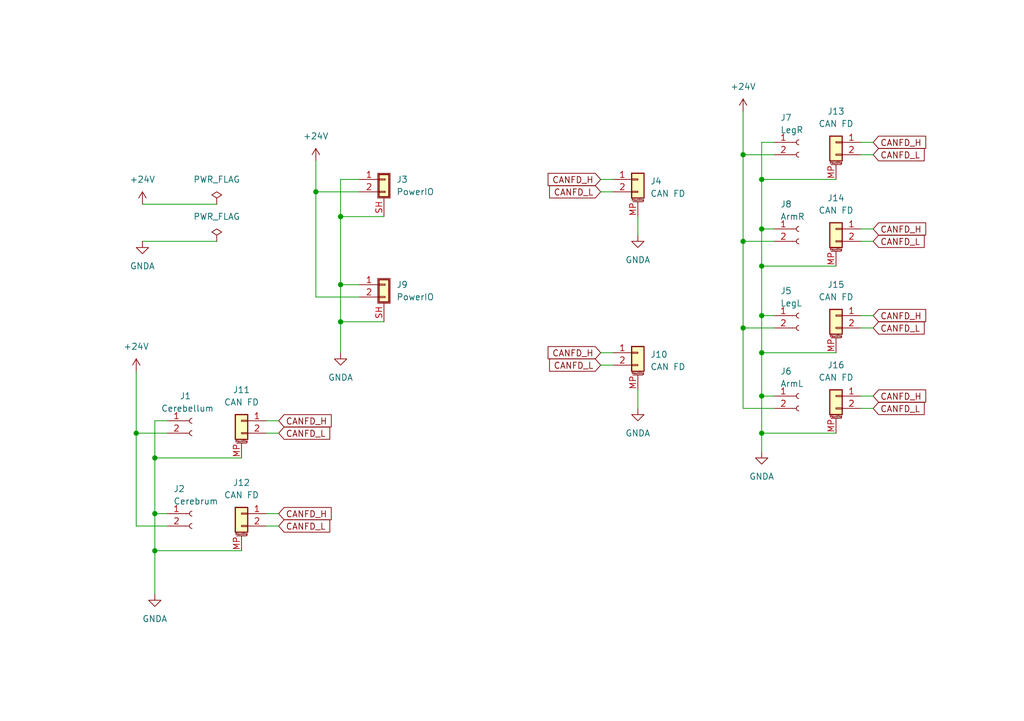
<source format=kicad_sch>
(kicad_sch (version 20211123) (generator eeschema)
  (paper "A5")
  (lib_symbols
    (symbol "Connector:Conn_01x02_Female" (pin_names (offset 1.016) hide)
      (property "Reference" "J" (at 0 2.54 0))
      (property "Value" "Conn_01x02_Female" (at 0 -5.08 0))
      (symbol "Conn_01x02_Female_1_1"
        (arc (start 0 -2.032) (mid -0.508 -2.54) (end 0 -3.048) (stroke (width 0.1524)))
        (polyline (pts (xy -1.27 -2.54) (xy -0.508 -2.54)) (stroke (width 0.1524)))
        (polyline (pts (xy -1.27 0) (xy -0.508 0)) (stroke (width 0.1524)))
        (arc (start 0 0.508) (mid -0.508 0) (end 0 -0.508) (stroke (width 0.1524)))
        (pin passive line (at -5.08 0 0) (length 3.81) (name "Pin_1") (number "1"))
        (pin passive line (at -5.08 -2.54 0) (length 3.81) (name "Pin_2") (number "2"))
      )
    )
    (symbol "Connector_Generic_MountingPin:Conn_01x02_MountingPin" (pin_names (offset 1.016) hide)
      (property "Reference" "J" (at 0 2.54 0))
      (property "Value" "Conn_01x02_MountingPin" (at 1.27 -5.08 0))
      (symbol "Conn_01x02_MountingPin_1_1"
        (rectangle (start -1.27 -2.413) (end 0 -2.667) (stroke (width 0.1524)))
        (rectangle (start -1.27 0.127) (end 0 -0.127) (stroke (width 0.1524)))
        (rectangle (start -1.27 1.27) (end 1.27 -3.81) (stroke (width 0.254)) (fill (type background)))
        (polyline (pts (xy -1.016 -4.572) (xy 1.016 -4.572)) (stroke (width 0.1524)))
        (text "Mounting" (at 0 -4.191 0) (effects (font (size 0.381 0.381))))
        (pin passive line (at -5.08 0 0) (length 3.81) (name "Pin_1") (number "1"))
        (pin passive line (at -5.08 -2.54 0) (length 3.81) (name "Pin_2") (number "2"))
        (pin passive line (at 0 -7.62 90) (length 3.048) (name "MountPin") (number "MP"))
      )
    )
    (symbol "Connector_Generic_Shielded:Conn_01x02_Shielded" (pin_names (offset 1.016) hide)
      (property "Reference" "J" (at 0.254 2.286 0))
      (property "Value" "Conn_01x02_Shielded" (at 1.016 -4.826 0))
      (symbol "Conn_01x02_Shielded_1_1"
        (rectangle (start -1.27 1.27) (end 1.27 -3.81) (stroke (width 0.1524)))
        (rectangle (start -1.016 -2.413) (end 0.254 -2.667) (stroke (width 0.1524)))
        (rectangle (start -1.016 0.127) (end 0.254 -0.127) (stroke (width 0.1524)))
        (rectangle (start -1.016 1.016) (end 1.016 -3.556) (stroke (width 0.254)) (fill (type background)))
        (pin passive line (at -5.08 0 0) (length 4.064) (name "Pin_1") (number "1"))
        (pin passive line (at -5.08 -2.54 0) (length 4.064) (name "Pin_2") (number "2"))
        (pin passive line (at 0 -7.62 90) (length 3.81) (name "Shield") (number "SH"))
      )
    )
    (symbol "power:+24V" (power) (pin_names (offset 0))
      (property "Value" "+24V" (at 0 3.556 0))
      (symbol "+24V_0_1"
        (polyline (pts (xy -0.762 1.27) (xy 0 2.54)))
        (polyline (pts (xy 0 0) (xy 0 2.54)))
        (polyline (pts (xy 0 2.54) (xy 0.762 1.27)))
      )
      (symbol "+24V_1_1"
        (pin power_in line (at 0 0 90) (length 0) hide (name "+24V") (number "1"))
      )
    )
    (symbol "power:GNDA" (power) (pin_names (offset 0))
      (property "Value" "GNDA" (at 0 -3.81 0))
      (symbol "GNDA_0_1"
        (polyline (pts (xy 0 0) (xy 0 -1.27) (xy 1.27 -1.27) (xy 0 -2.54) (xy -1.27 -1.27) (xy 0 -1.27)))
      )
      (symbol "GNDA_1_1"
        (pin power_in line (at 0 0 270) (length 0) hide (name "GNDA") (number "1"))
      )
    )
    (symbol "power:PWR_FLAG" (power) (pin_numbers hide) (pin_names (offset 0) hide)
      (property "Value" "PWR_FLAG" (at 0 3.81 0))
      (symbol "PWR_FLAG_0_0"
        (pin power_out line (at 0 0 90) (length 0) (name "pwr") (number "1"))
      )
      (symbol "PWR_FLAG_0_1"
        (polyline (pts (xy 0 0) (xy 0 1.27) (xy -1.016 1.905) (xy 0 2.54) (xy 1.016 1.905) (xy 0 1.27)))
      )
    )
  )
  (junction (at 156.21 72.39))
  (junction (at 156.21 88.9))
  (junction (at 69.85 58.42))
  (junction (at 152.4 67.31))
  (junction (at 31.75 93.98))
  (junction (at 31.75 113.03))
  (junction (at 156.21 54.61))
  (junction (at 156.21 36.83))
  (junction (at 152.4 31.75))
  (junction (at 152.4 49.53))
  (junction (at 156.21 81.28))
  (junction (at 156.21 46.99))
  (junction (at 69.85 44.45))
  (junction (at 27.94 88.9))
  (junction (at 31.75 105.41))
  (junction (at 64.77 39.37))
  (junction (at 69.85 66.04))
  (junction (at 156.21 64.77))
  (wire (pts (xy 130.81 44.45) (xy 130.81 48.26)))
  (wire (pts (xy 69.85 58.42) (xy 73.66 58.42)))
  (wire (pts (xy 176.53 46.99) (xy 179.07 46.99)))
  (wire (pts (xy 64.77 39.37) (xy 73.66 39.37)))
  (wire (pts (xy 69.85 36.83) (xy 73.66 36.83)))
  (wire (pts (xy 27.94 88.9) (xy 34.29 88.9)))
  (wire (pts (xy 64.77 33.02) (xy 64.77 39.37)))
  (wire (pts (xy 125.73 39.37) (xy 123.19 39.37)))
  (wire (pts (xy 130.81 80.01) (xy 130.81 83.82)))
  (wire (pts (xy 156.21 88.9) (xy 171.45 88.9)))
  (wire (pts (xy 156.21 46.99) (xy 156.21 54.61)))
  (wire (pts (xy 69.85 44.45) (xy 69.85 36.83)))
  (wire (pts (xy 152.4 67.31) (xy 152.4 83.82)))
  (wire (pts (xy 156.21 54.61) (xy 156.21 64.77)))
  (wire (pts (xy 54.61 88.9) (xy 57.15 88.9)))
  (wire (pts (xy 156.21 81.28) (xy 156.21 88.9)))
  (wire (pts (xy 125.73 36.83) (xy 123.19 36.83)))
  (wire (pts (xy 156.21 88.9) (xy 156.21 92.71)))
  (wire (pts (xy 31.75 93.98) (xy 31.75 105.41)))
  (wire (pts (xy 34.29 107.95) (xy 27.94 107.95)))
  (wire (pts (xy 156.21 81.28) (xy 158.75 81.28)))
  (wire (pts (xy 158.75 83.82) (xy 152.4 83.82)))
  (wire (pts (xy 69.85 66.04) (xy 78.74 66.04)))
  (wire (pts (xy 31.75 113.03) (xy 49.53 113.03)))
  (wire (pts (xy 176.53 31.75) (xy 179.07 31.75)))
  (wire (pts (xy 64.77 39.37) (xy 64.77 60.96)))
  (wire (pts (xy 54.61 86.36) (xy 57.15 86.36)))
  (wire (pts (xy 152.4 22.86) (xy 152.4 31.75)))
  (wire (pts (xy 156.21 54.61) (xy 171.45 54.61)))
  (wire (pts (xy 156.21 36.83) (xy 156.21 46.99)))
  (wire (pts (xy 29.21 41.91) (xy 44.45 41.91)))
  (wire (pts (xy 31.75 113.03) (xy 31.75 121.92)))
  (wire (pts (xy 156.21 29.21) (xy 156.21 36.83)))
  (wire (pts (xy 69.85 44.45) (xy 78.74 44.45)))
  (wire (pts (xy 176.53 83.82) (xy 179.07 83.82)))
  (wire (pts (xy 152.4 49.53) (xy 158.75 49.53)))
  (wire (pts (xy 176.53 67.31) (xy 179.07 67.31)))
  (wire (pts (xy 176.53 64.77) (xy 179.07 64.77)))
  (wire (pts (xy 176.53 49.53) (xy 179.07 49.53)))
  (wire (pts (xy 176.53 81.28) (xy 179.07 81.28)))
  (wire (pts (xy 156.21 64.77) (xy 156.21 72.39)))
  (wire (pts (xy 125.73 72.39) (xy 123.19 72.39)))
  (wire (pts (xy 73.66 60.96) (xy 64.77 60.96)))
  (wire (pts (xy 125.73 74.93) (xy 123.19 74.93)))
  (wire (pts (xy 31.75 105.41) (xy 31.75 113.03)))
  (wire (pts (xy 156.21 36.83) (xy 171.45 36.83)))
  (wire (pts (xy 152.4 67.31) (xy 158.75 67.31)))
  (wire (pts (xy 29.21 49.53) (xy 44.45 49.53)))
  (wire (pts (xy 156.21 72.39) (xy 156.21 81.28)))
  (wire (pts (xy 176.53 29.21) (xy 179.07 29.21)))
  (wire (pts (xy 69.85 72.39) (xy 69.85 66.04)))
  (wire (pts (xy 69.85 44.45) (xy 69.85 58.42)))
  (wire (pts (xy 31.75 93.98) (xy 49.53 93.98)))
  (wire (pts (xy 69.85 58.42) (xy 69.85 66.04)))
  (wire (pts (xy 54.61 107.95) (xy 57.15 107.95)))
  (wire (pts (xy 27.94 76.2) (xy 27.94 88.9)))
  (wire (pts (xy 156.21 64.77) (xy 158.75 64.77)))
  (wire (pts (xy 31.75 86.36) (xy 31.75 93.98)))
  (wire (pts (xy 152.4 49.53) (xy 152.4 67.31)))
  (wire (pts (xy 31.75 105.41) (xy 34.29 105.41)))
  (wire (pts (xy 158.75 29.21) (xy 156.21 29.21)))
  (wire (pts (xy 34.29 86.36) (xy 31.75 86.36)))
  (wire (pts (xy 54.61 105.41) (xy 57.15 105.41)))
  (wire (pts (xy 156.21 72.39) (xy 171.45 72.39)))
  (wire (pts (xy 152.4 31.75) (xy 152.4 49.53)))
  (wire (pts (xy 152.4 31.75) (xy 158.75 31.75)))
  (wire (pts (xy 27.94 88.9) (xy 27.94 107.95)))
  (wire (pts (xy 156.21 46.99) (xy 158.75 46.99)))
  (global_label "CANFD_H" (shape input) (at 179.07 46.99 0) (property "Intersheet References" "${INTERSHEET_REFS}" (effects hide)))
  (global_label "CANFD_L" (shape input) (at 179.07 83.82 0) (property "Intersheet References" "${INTERSHEET_REFS}" (effects hide)))
  (global_label "CANFD_H" (shape input) (at 179.07 64.77 0) (property "Intersheet References" "${INTERSHEET_REFS}" (effects hide)))
  (global_label "CANFD_L" (shape input) (at 179.07 31.75 0) (property "Intersheet References" "${INTERSHEET_REFS}" (effects hide)))
  (global_label "CANFD_L" (shape input) (at 123.19 39.37 180) (property "Intersheet References" "${INTERSHEET_REFS}" (effects hide)))
  (global_label "CANFD_L" (shape input) (at 57.15 88.9 0) (property "Intersheet References" "${INTERSHEET_REFS}" (effects hide)))
  (global_label "CANFD_H" (shape input) (at 179.07 29.21 0) (property "Intersheet References" "${INTERSHEET_REFS}" (effects hide)))
  (global_label "CANFD_H" (shape input) (at 57.15 105.41 0) (property "Intersheet References" "${INTERSHEET_REFS}" (effects hide)))
  (global_label "CANFD_H" (shape input) (at 179.07 81.28 0) (property "Intersheet References" "${INTERSHEET_REFS}" (effects hide)))
  (global_label "CANFD_H" (shape input) (at 57.15 86.36 0) (property "Intersheet References" "${INTERSHEET_REFS}" (effects hide)))
  (global_label "CANFD_H" (shape input) (at 123.19 36.83 180) (property "Intersheet References" "${INTERSHEET_REFS}" (effects hide)))
  (global_label "CANFD_L" (shape input) (at 179.07 49.53 0) (property "Intersheet References" "${INTERSHEET_REFS}" (effects hide)))
  (global_label "CANFD_L" (shape input) (at 57.15 107.95 0) (property "Intersheet References" "${INTERSHEET_REFS}" (effects hide)))
  (global_label "CANFD_L" (shape input) (at 123.19 74.93 180) (property "Intersheet References" "${INTERSHEET_REFS}" (effects hide)))
  (global_label "CANFD_L" (shape input) (at 179.07 67.31 0) (property "Intersheet References" "${INTERSHEET_REFS}" (effects hide)))
  (global_label "CANFD_H" (shape input) (at 123.19 72.39 180) (property "Intersheet References" "${INTERSHEET_REFS}" (effects hide)))
  (symbol (lib_id "power:+24V") (at 152.4 22.86 0) (unit 1)
    (property "Reference" "#PWR012" (effects hide))
    (property "Value" "+24V" (at 152.4 17.78 0))
  )
  (symbol (lib_id "power:GNDA") (at 29.21 49.53 0) (unit 1)
    (property "Reference" "#PWR0103" (effects hide))
    (property "Value" "GNDA" (at 29.21 54.61 0))
  )
  (symbol (lib_id "power:PWR_FLAG") (at 44.45 41.91 0) (unit 1)
    (property "Reference" "#FLG0102" (effects hide))
    (property "Value" "PWR_FLAG" (at 44.45 36.83 0))
  )
  (symbol (lib_id "power:GNDA") (at 69.85 72.39 0) (unit 1)
    (property "Reference" "#PWR02" (effects hide))
    (property "Value" "GNDA" (at 69.85 77.47 0))
  )
  (symbol (lib_id "Connector:Conn_01x02_Female") (at 39.37 86.36 0) (unit 1)
    (property "Reference" "J1" (at 36.83 81.28 0) (effects (justify left)))
    (property "Value" "Cerebellum" (at 33.02 83.82 0) (effects (justify left)))
    (property "Footprint" "Connector_AMASS:AMASS_XT30PW-F_1x02_P2.50mm_Horizontal" (effects hide))
  )
  (symbol (lib_id "Connector_Generic_MountingPin:Conn_01x02_MountingPin") (at 49.53 105.41 0) (mirror y) (unit 1)
    (property "Reference" "J12" (at 49.53 99.06 0))
    (property "Value" "CAN FD" (at 49.53 101.6 0))
    (property "Footprint" "Connector_JST:JST_GH_SM02B-GHS-TB_1x02-1MP_P1.25mm_Horizontal" (effects hide))
  )
  (symbol (lib_id "Connector:Conn_01x02_Female") (at 163.83 64.77 0) (unit 1)
    (property "Reference" "J5" (at 160.02 59.69 0) (effects (justify left)))
    (property "Value" "LegL" (at 160.02 62.23 0) (effects (justify left)))
    (property "Footprint" "Connector_AMASS:AMASS_XT30PW-F_1x02_P2.50mm_Horizontal" (effects hide))
  )
  (symbol (lib_id "power:+24V") (at 64.77 33.02 0) (unit 1)
    (property "Reference" "#PWR01" (effects hide))
    (property "Value" "+24V" (at 64.77 27.94 0))
  )
  (symbol (lib_id "Connector_Generic_MountingPin:Conn_01x02_MountingPin") (at 171.45 81.28 0) (mirror y) (unit 1)
    (property "Reference" "J16" (at 171.45 74.93 0))
    (property "Value" "CAN FD" (at 171.45 77.47 0))
    (property "Footprint" "Connector_JST:JST_GH_SM02B-GHS-TB_1x02-1MP_P1.25mm_Horizontal" (effects hide))
  )
  (symbol (lib_id "Connector_Generic_Shielded:Conn_01x02_Shielded") (at 78.74 36.83 0) (unit 1)
    (property "Reference" "J3" (at 81.28 36.8299 0) (effects (justify left)))
    (property "Value" "PowerIO" (at 81.28 39.3699 0) (effects (justify left)))
    (property "Footprint" "Rolling_Custom:AMASS_XT60PW-M" (effects hide))
  )
  (symbol (lib_id "Connector_Generic_MountingPin:Conn_01x02_MountingPin") (at 130.81 72.39 0) (unit 1)
    (property "Reference" "J10" (at 133.35 72.7455 0) (effects (justify left)))
    (property "Value" "CAN FD" (at 133.35 75.2855 0) (effects (justify left)))
    (property "Footprint" "Connector_JST:JST_GH_SM02B-GHS-TB_1x02-1MP_P1.25mm_Horizontal" (effects hide))
  )
  (symbol (lib_id "power:GNDA") (at 130.81 83.82 0) (unit 1)
    (property "Reference" "#PWR0102" (effects hide))
    (property "Value" "GNDA" (at 130.81 88.9 0))
  )
  (symbol (lib_id "power:GNDA") (at 130.81 48.26 0) (unit 1)
    (property "Reference" "#PWR0101" (effects hide))
    (property "Value" "GNDA" (at 130.81 53.34 0))
  )
  (symbol (lib_id "power:GNDA") (at 31.75 121.92 0) (unit 1)
    (property "Reference" "#PWR06" (effects hide))
    (property "Value" "GNDA" (at 31.75 127 0))
  )
  (symbol (lib_id "power:+24V") (at 27.94 76.2 0) (unit 1)
    (property "Reference" "#PWR03" (effects hide))
    (property "Value" "+24V" (at 27.94 71.12 0))
  )
  (symbol (lib_id "Connector_Generic_MountingPin:Conn_01x02_MountingPin") (at 171.45 64.77 0) (mirror y) (unit 1)
    (property "Reference" "J15" (at 171.45 58.42 0))
    (property "Value" "CAN FD" (at 171.45 60.96 0))
    (property "Footprint" "Connector_JST:JST_GH_SM02B-GHS-TB_1x02-1MP_P1.25mm_Horizontal" (effects hide))
  )
  (symbol (lib_id "Connector:Conn_01x02_Female") (at 163.83 81.28 0) (unit 1)
    (property "Reference" "J6" (at 160.02 76.2 0) (effects (justify left)))
    (property "Value" "ArmL" (at 160.02 78.74 0) (effects (justify left)))
    (property "Footprint" "Connector_AMASS:AMASS_XT30PW-F_1x02_P2.50mm_Horizontal" (effects hide))
  )
  (symbol (lib_id "Connector:Conn_01x02_Female") (at 163.83 29.21 0) (unit 1)
    (property "Reference" "J7" (at 160.02 24.13 0) (effects (justify left)))
    (property "Value" "LegR" (at 160.02 26.67 0) (effects (justify left)))
    (property "Footprint" "Connector_AMASS:AMASS_XT30PW-F_1x02_P2.50mm_Horizontal" (effects hide))
  )
  (symbol (lib_id "Connector_Generic_MountingPin:Conn_01x02_MountingPin") (at 171.45 29.21 0) (mirror y) (unit 1)
    (property "Reference" "J13" (at 171.45 22.86 0))
    (property "Value" "CAN FD" (at 171.45 25.4 0))
    (property "Footprint" "Connector_JST:JST_GH_SM02B-GHS-TB_1x02-1MP_P1.25mm_Horizontal" (effects hide))
  )
  (symbol (lib_id "power:GNDA") (at 156.21 92.71 0) (unit 1)
    (property "Reference" "#PWR015" (effects hide))
    (property "Value" "GNDA" (at 156.21 97.79 0))
  )
  (symbol (lib_id "Connector_Generic_MountingPin:Conn_01x02_MountingPin") (at 49.53 86.36 0) (mirror y) (unit 1)
    (property "Reference" "J11" (at 49.53 80.01 0))
    (property "Value" "CAN FD" (at 49.53 82.55 0))
    (property "Footprint" "Connector_JST:JST_GH_SM02B-GHS-TB_1x02-1MP_P1.25mm_Horizontal" (effects hide))
  )
  (symbol (lib_id "power:PWR_FLAG") (at 44.45 49.53 0) (unit 1)
    (property "Reference" "#FLG0101" (effects hide))
    (property "Value" "PWR_FLAG" (at 44.45 44.45 0))
  )
  (symbol (lib_id "power:+24V") (at 29.21 41.91 0) (unit 1)
    (property "Reference" "#PWR0104" (effects hide))
    (property "Value" "+24V" (at 29.21 36.83 0))
  )
  (symbol (lib_id "Connector:Conn_01x02_Female") (at 163.83 46.99 0) (unit 1)
    (property "Reference" "J8" (at 160.02 41.91 0) (effects (justify left)))
    (property "Value" "ArmR" (at 160.02 44.45 0) (effects (justify left)))
    (property "Footprint" "Connector_AMASS:AMASS_XT30PW-F_1x02_P2.50mm_Horizontal" (effects hide))
  )
  (symbol (lib_id "Connector:Conn_01x02_Female") (at 39.37 105.41 0) (unit 1)
    (property "Reference" "J2" (at 35.56 100.33 0) (effects (justify left)))
    (property "Value" "Cerebrum" (at 35.56 102.87 0) (effects (justify left)))
    (property "Footprint" "Connector_AMASS:AMASS_XT30PW-F_1x02_P2.50mm_Horizontal" (effects hide))
  )
  (symbol (lib_id "Connector_Generic_Shielded:Conn_01x02_Shielded") (at 78.74 58.42 0) (unit 1)
    (property "Reference" "J9" (at 81.28 58.4199 0) (effects (justify left)))
    (property "Value" "PowerIO" (at 81.28 60.9599 0) (effects (justify left)))
    (property "Footprint" "Rolling_Custom:AMASS_XT60PW-M" (effects hide))
  )
  (symbol (lib_id "Connector_Generic_MountingPin:Conn_01x02_MountingPin") (at 130.81 36.83 0) (unit 1)
    (property "Reference" "J4" (at 133.35 37.1855 0) (effects (justify left)))
    (property "Value" "CAN FD" (at 133.35 39.7255 0) (effects (justify left)))
    (property "Footprint" "Connector_JST:JST_GH_SM02B-GHS-TB_1x02-1MP_P1.25mm_Horizontal" (effects hide))
  )
  (symbol (lib_id "Connector_Generic_MountingPin:Conn_01x02_MountingPin") (at 171.45 46.99 0) (mirror y) (unit 1)
    (property "Reference" "J14" (at 171.45 40.64 0))
    (property "Value" "CAN FD" (at 171.45 43.18 0))
    (property "Footprint" "Connector_JST:JST_GH_SM02B-GHS-TB_1x02-1MP_P1.25mm_Horizontal" (effects hide))
  )
)
</source>
